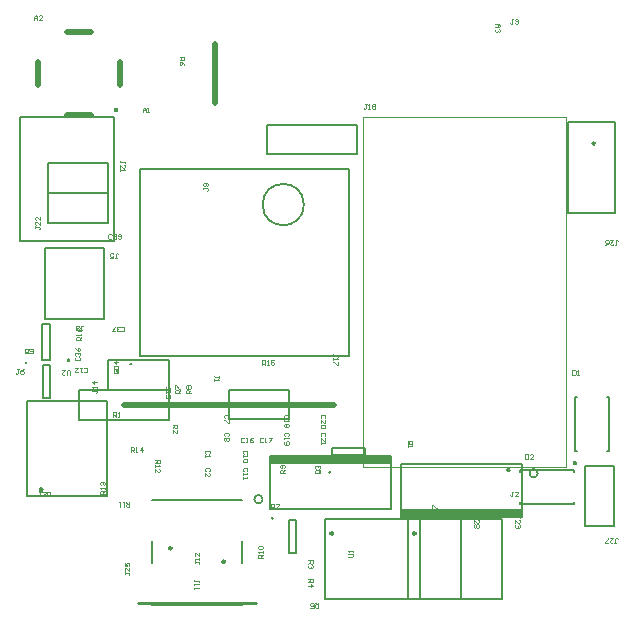
<source format=gto>
%FSLAX44Y44*%
%MOMM*%
G71*
G01*
G75*
G04 Layer_Color=65535*
G04:AMPARAMS|DCode=10|XSize=1mm|YSize=0.95mm|CornerRadius=0.1995mm|HoleSize=0mm|Usage=FLASHONLY|Rotation=90.000|XOffset=0mm|YOffset=0mm|HoleType=Round|Shape=RoundedRectangle|*
%AMROUNDEDRECTD10*
21,1,1.0000,0.5510,0,0,90.0*
21,1,0.6010,0.9500,0,0,90.0*
1,1,0.3990,0.2755,0.3005*
1,1,0.3990,0.2755,-0.3005*
1,1,0.3990,-0.2755,-0.3005*
1,1,0.3990,-0.2755,0.3005*
%
%ADD10ROUNDEDRECTD10*%
G04:AMPARAMS|DCode=11|XSize=1.05mm|YSize=0.65mm|CornerRadius=0.2015mm|HoleSize=0mm|Usage=FLASHONLY|Rotation=0.000|XOffset=0mm|YOffset=0mm|HoleType=Round|Shape=RoundedRectangle|*
%AMROUNDEDRECTD11*
21,1,1.0500,0.2470,0,0,0.0*
21,1,0.6470,0.6500,0,0,0.0*
1,1,0.4030,0.3235,-0.1235*
1,1,0.4030,-0.3235,-0.1235*
1,1,0.4030,-0.3235,0.1235*
1,1,0.4030,0.3235,0.1235*
%
%ADD11ROUNDEDRECTD11*%
G04:AMPARAMS|DCode=12|XSize=1mm|YSize=0.9mm|CornerRadius=0.198mm|HoleSize=0mm|Usage=FLASHONLY|Rotation=270.000|XOffset=0mm|YOffset=0mm|HoleType=Round|Shape=RoundedRectangle|*
%AMROUNDEDRECTD12*
21,1,1.0000,0.5040,0,0,270.0*
21,1,0.6040,0.9000,0,0,270.0*
1,1,0.3960,-0.2520,-0.3020*
1,1,0.3960,-0.2520,0.3020*
1,1,0.3960,0.2520,0.3020*
1,1,0.3960,0.2520,-0.3020*
%
%ADD12ROUNDEDRECTD12*%
G04:AMPARAMS|DCode=13|XSize=1.45mm|YSize=1.15mm|CornerRadius=0.2013mm|HoleSize=0mm|Usage=FLASHONLY|Rotation=270.000|XOffset=0mm|YOffset=0mm|HoleType=Round|Shape=RoundedRectangle|*
%AMROUNDEDRECTD13*
21,1,1.4500,0.7475,0,0,270.0*
21,1,1.0475,1.1500,0,0,270.0*
1,1,0.4025,-0.3738,-0.5238*
1,1,0.4025,-0.3738,0.5238*
1,1,0.4025,0.3738,0.5238*
1,1,0.4025,0.3738,-0.5238*
%
%ADD13ROUNDEDRECTD13*%
G04:AMPARAMS|DCode=14|XSize=2.5mm|YSize=2mm|CornerRadius=0.25mm|HoleSize=0mm|Usage=FLASHONLY|Rotation=270.000|XOffset=0mm|YOffset=0mm|HoleType=Round|Shape=RoundedRectangle|*
%AMROUNDEDRECTD14*
21,1,2.5000,1.5000,0,0,270.0*
21,1,2.0000,2.0000,0,0,270.0*
1,1,0.5000,-0.7500,-1.0000*
1,1,0.5000,-0.7500,1.0000*
1,1,0.5000,0.7500,1.0000*
1,1,0.5000,0.7500,-1.0000*
%
%ADD14ROUNDEDRECTD14*%
G04:AMPARAMS|DCode=15|XSize=1mm|YSize=0.9mm|CornerRadius=0.198mm|HoleSize=0mm|Usage=FLASHONLY|Rotation=0.000|XOffset=0mm|YOffset=0mm|HoleType=Round|Shape=RoundedRectangle|*
%AMROUNDEDRECTD15*
21,1,1.0000,0.5040,0,0,0.0*
21,1,0.6040,0.9000,0,0,0.0*
1,1,0.3960,0.3020,-0.2520*
1,1,0.3960,-0.3020,-0.2520*
1,1,0.3960,-0.3020,0.2520*
1,1,0.3960,0.3020,0.2520*
%
%ADD15ROUNDEDRECTD15*%
%ADD16O,0.5000X2.5000*%
%ADD17O,2.5000X0.5000*%
G04:AMPARAMS|DCode=18|XSize=0.7mm|YSize=1.5mm|CornerRadius=0.175mm|HoleSize=0mm|Usage=FLASHONLY|Rotation=180.000|XOffset=0mm|YOffset=0mm|HoleType=Round|Shape=RoundedRectangle|*
%AMROUNDEDRECTD18*
21,1,0.7000,1.1500,0,0,180.0*
21,1,0.3500,1.5000,0,0,180.0*
1,1,0.3500,-0.1750,0.5750*
1,1,0.3500,0.1750,0.5750*
1,1,0.3500,0.1750,-0.5750*
1,1,0.3500,-0.1750,-0.5750*
%
%ADD18ROUNDEDRECTD18*%
G04:AMPARAMS|DCode=19|XSize=0.8mm|YSize=2mm|CornerRadius=0.2mm|HoleSize=0mm|Usage=FLASHONLY|Rotation=0.000|XOffset=0mm|YOffset=0mm|HoleType=Round|Shape=RoundedRectangle|*
%AMROUNDEDRECTD19*
21,1,0.8000,1.6000,0,0,0.0*
21,1,0.4000,2.0000,0,0,0.0*
1,1,0.4000,0.2000,-0.8000*
1,1,0.4000,-0.2000,-0.8000*
1,1,0.4000,-0.2000,0.8000*
1,1,0.4000,0.2000,0.8000*
%
%ADD19ROUNDEDRECTD19*%
G04:AMPARAMS|DCode=20|XSize=0.7mm|YSize=1mm|CornerRadius=0.175mm|HoleSize=0mm|Usage=FLASHONLY|Rotation=180.000|XOffset=0mm|YOffset=0mm|HoleType=Round|Shape=RoundedRectangle|*
%AMROUNDEDRECTD20*
21,1,0.7000,0.6500,0,0,180.0*
21,1,0.3500,1.0000,0,0,180.0*
1,1,0.3500,-0.1750,0.3250*
1,1,0.3500,0.1750,0.3250*
1,1,0.3500,0.1750,-0.3250*
1,1,0.3500,-0.1750,-0.3250*
%
%ADD20ROUNDEDRECTD20*%
G04:AMPARAMS|DCode=21|XSize=1.2mm|YSize=2mm|CornerRadius=0.3mm|HoleSize=0mm|Usage=FLASHONLY|Rotation=180.000|XOffset=0mm|YOffset=0mm|HoleType=Round|Shape=RoundedRectangle|*
%AMROUNDEDRECTD21*
21,1,1.2000,1.4000,0,0,180.0*
21,1,0.6000,2.0000,0,0,180.0*
1,1,0.6000,-0.3000,0.7000*
1,1,0.6000,0.3000,0.7000*
1,1,0.6000,0.3000,-0.7000*
1,1,0.6000,-0.3000,-0.7000*
%
%ADD21ROUNDEDRECTD21*%
G04:AMPARAMS|DCode=22|XSize=1mm|YSize=0.95mm|CornerRadius=0.1995mm|HoleSize=0mm|Usage=FLASHONLY|Rotation=180.000|XOffset=0mm|YOffset=0mm|HoleType=Round|Shape=RoundedRectangle|*
%AMROUNDEDRECTD22*
21,1,1.0000,0.5510,0,0,180.0*
21,1,0.6010,0.9500,0,0,180.0*
1,1,0.3990,-0.3005,0.2755*
1,1,0.3990,0.3005,0.2755*
1,1,0.3990,0.3005,-0.2755*
1,1,0.3990,-0.3005,-0.2755*
%
%ADD22ROUNDEDRECTD22*%
%ADD23R,0.4000X1.4000*%
G04:AMPARAMS|DCode=24|XSize=1.8mm|YSize=1.9mm|CornerRadius=0.45mm|HoleSize=0mm|Usage=FLASHONLY|Rotation=0.000|XOffset=0mm|YOffset=0mm|HoleType=Round|Shape=RoundedRectangle|*
%AMROUNDEDRECTD24*
21,1,1.8000,1.0000,0,0,0.0*
21,1,0.9000,1.9000,0,0,0.0*
1,1,0.9000,0.4500,-0.5000*
1,1,0.9000,-0.4500,-0.5000*
1,1,0.9000,-0.4500,0.5000*
1,1,0.9000,0.4500,0.5000*
%
%ADD24ROUNDEDRECTD24*%
%ADD25O,0.7000X2.5000*%
%ADD26O,2.5000X0.7000*%
G04:AMPARAMS|DCode=27|XSize=1.1mm|YSize=0.6mm|CornerRadius=0.201mm|HoleSize=0mm|Usage=FLASHONLY|Rotation=180.000|XOffset=0mm|YOffset=0mm|HoleType=Round|Shape=RoundedRectangle|*
%AMROUNDEDRECTD27*
21,1,1.1000,0.1980,0,0,180.0*
21,1,0.6980,0.6000,0,0,180.0*
1,1,0.4020,-0.3490,0.0990*
1,1,0.4020,0.3490,0.0990*
1,1,0.4020,0.3490,-0.0990*
1,1,0.4020,-0.3490,-0.0990*
%
%ADD27ROUNDEDRECTD27*%
G04:AMPARAMS|DCode=28|XSize=2.3mm|YSize=0.5mm|CornerRadius=0.2mm|HoleSize=0mm|Usage=FLASHONLY|Rotation=90.000|XOffset=0mm|YOffset=0mm|HoleType=Round|Shape=RoundedRectangle|*
%AMROUNDEDRECTD28*
21,1,2.3000,0.1000,0,0,90.0*
21,1,1.9000,0.5000,0,0,90.0*
1,1,0.4000,0.0500,0.9500*
1,1,0.4000,0.0500,-0.9500*
1,1,0.4000,-0.0500,-0.9500*
1,1,0.4000,-0.0500,0.9500*
%
%ADD28ROUNDEDRECTD28*%
G04:AMPARAMS|DCode=29|XSize=2.5mm|YSize=2mm|CornerRadius=0.2mm|HoleSize=0mm|Usage=FLASHONLY|Rotation=90.000|XOffset=0mm|YOffset=0mm|HoleType=Round|Shape=RoundedRectangle|*
%AMROUNDEDRECTD29*
21,1,2.5000,1.6000,0,0,90.0*
21,1,2.1000,2.0000,0,0,90.0*
1,1,0.4000,0.8000,1.0500*
1,1,0.4000,0.8000,-1.0500*
1,1,0.4000,-0.8000,-1.0500*
1,1,0.4000,-0.8000,1.0500*
%
%ADD29ROUNDEDRECTD29*%
G04:AMPARAMS|DCode=30|XSize=2.5mm|YSize=1.7mm|CornerRadius=0.204mm|HoleSize=0mm|Usage=FLASHONLY|Rotation=0.000|XOffset=0mm|YOffset=0mm|HoleType=Round|Shape=RoundedRectangle|*
%AMROUNDEDRECTD30*
21,1,2.5000,1.2920,0,0,0.0*
21,1,2.0920,1.7000,0,0,0.0*
1,1,0.4080,1.0460,-0.6460*
1,1,0.4080,-1.0460,-0.6460*
1,1,0.4080,-1.0460,0.6460*
1,1,0.4080,1.0460,0.6460*
%
%ADD30ROUNDEDRECTD30*%
G04:AMPARAMS|DCode=31|XSize=0.5mm|YSize=0.6mm|CornerRadius=0.1625mm|HoleSize=0mm|Usage=FLASHONLY|Rotation=270.000|XOffset=0mm|YOffset=0mm|HoleType=Round|Shape=RoundedRectangle|*
%AMROUNDEDRECTD31*
21,1,0.5000,0.2750,0,0,270.0*
21,1,0.1750,0.6000,0,0,270.0*
1,1,0.3250,-0.1375,-0.0875*
1,1,0.3250,-0.1375,0.0875*
1,1,0.3250,0.1375,0.0875*
1,1,0.3250,0.1375,-0.0875*
%
%ADD31ROUNDEDRECTD31*%
G04:AMPARAMS|DCode=32|XSize=0.67mm|YSize=0.67mm|CornerRadius=0.1508mm|HoleSize=0mm|Usage=FLASHONLY|Rotation=270.000|XOffset=0mm|YOffset=0mm|HoleType=Round|Shape=RoundedRectangle|*
%AMROUNDEDRECTD32*
21,1,0.6700,0.3685,0,0,270.0*
21,1,0.3685,0.6700,0,0,270.0*
1,1,0.3015,-0.1843,-0.1843*
1,1,0.3015,-0.1843,0.1843*
1,1,0.3015,0.1843,0.1843*
1,1,0.3015,0.1843,-0.1843*
%
%ADD32ROUNDEDRECTD32*%
G04:AMPARAMS|DCode=33|XSize=1.05mm|YSize=0.65mm|CornerRadius=0.2015mm|HoleSize=0mm|Usage=FLASHONLY|Rotation=90.000|XOffset=0mm|YOffset=0mm|HoleType=Round|Shape=RoundedRectangle|*
%AMROUNDEDRECTD33*
21,1,1.0500,0.2470,0,0,90.0*
21,1,0.6470,0.6500,0,0,90.0*
1,1,0.4030,0.1235,0.3235*
1,1,0.4030,0.1235,-0.3235*
1,1,0.4030,-0.1235,-0.3235*
1,1,0.4030,-0.1235,0.3235*
%
%ADD33ROUNDEDRECTD33*%
G04:AMPARAMS|DCode=34|XSize=2.5mm|YSize=1.7mm|CornerRadius=0.204mm|HoleSize=0mm|Usage=FLASHONLY|Rotation=90.000|XOffset=0mm|YOffset=0mm|HoleType=Round|Shape=RoundedRectangle|*
%AMROUNDEDRECTD34*
21,1,2.5000,1.2920,0,0,90.0*
21,1,2.0920,1.7000,0,0,90.0*
1,1,0.4080,0.6460,1.0460*
1,1,0.4080,0.6460,-1.0460*
1,1,0.4080,-0.6460,-1.0460*
1,1,0.4080,-0.6460,1.0460*
%
%ADD34ROUNDEDRECTD34*%
%ADD35R,0.4000X1.6000*%
%ADD36C,0.5000*%
%ADD37C,1.2000*%
%ADD38C,0.4000*%
%ADD39C,1.8500*%
%ADD40C,2.2000*%
%ADD41C,1.7000*%
%ADD42C,0.5000*%
G04:AMPARAMS|DCode=43|XSize=1.85mm|YSize=1.85mm|CornerRadius=0.2313mm|HoleSize=0mm|Usage=FLASHONLY|Rotation=270.000|XOffset=0mm|YOffset=0mm|HoleType=Round|Shape=RoundedRectangle|*
%AMROUNDEDRECTD43*
21,1,1.8500,1.3875,0,0,270.0*
21,1,1.3875,1.8500,0,0,270.0*
1,1,0.4625,-0.6937,-0.6937*
1,1,0.4625,-0.6937,0.6937*
1,1,0.4625,0.6937,0.6937*
1,1,0.4625,0.6937,-0.6937*
%
%ADD43ROUNDEDRECTD43*%
%ADD44C,1.8000*%
%ADD45C,2.5000*%
%ADD46C,1.3000*%
G04:AMPARAMS|DCode=47|XSize=1.3mm|YSize=1.3mm|CornerRadius=0.1625mm|HoleSize=0mm|Usage=FLASHONLY|Rotation=180.000|XOffset=0mm|YOffset=0mm|HoleType=Round|Shape=RoundedRectangle|*
%AMROUNDEDRECTD47*
21,1,1.3000,0.9750,0,0,180.0*
21,1,0.9750,1.3000,0,0,180.0*
1,1,0.3250,-0.4875,0.4875*
1,1,0.3250,0.4875,0.4875*
1,1,0.3250,0.4875,-0.4875*
1,1,0.3250,-0.4875,-0.4875*
%
%ADD47ROUNDEDRECTD47*%
%ADD48C,2.0000*%
G04:AMPARAMS|DCode=49|XSize=2mm|YSize=2mm|CornerRadius=0.25mm|HoleSize=0mm|Usage=FLASHONLY|Rotation=0.000|XOffset=0mm|YOffset=0mm|HoleType=Round|Shape=RoundedRectangle|*
%AMROUNDEDRECTD49*
21,1,2.0000,1.5000,0,0,0.0*
21,1,1.5000,2.0000,0,0,0.0*
1,1,0.5000,0.7500,-0.7500*
1,1,0.5000,-0.7500,-0.7500*
1,1,0.5000,-0.7500,0.7500*
1,1,0.5000,0.7500,0.7500*
%
%ADD49ROUNDEDRECTD49*%
G04:AMPARAMS|DCode=50|XSize=2.2mm|YSize=2.2mm|CornerRadius=0.275mm|HoleSize=0mm|Usage=FLASHONLY|Rotation=90.000|XOffset=0mm|YOffset=0mm|HoleType=Round|Shape=RoundedRectangle|*
%AMROUNDEDRECTD50*
21,1,2.2000,1.6500,0,0,90.0*
21,1,1.6500,2.2000,0,0,90.0*
1,1,0.5500,0.8250,0.8250*
1,1,0.5500,0.8250,-0.8250*
1,1,0.5500,-0.8250,-0.8250*
1,1,0.5500,-0.8250,0.8250*
%
%ADD50ROUNDEDRECTD50*%
G04:AMPARAMS|DCode=51|XSize=1.4mm|YSize=1.4mm|CornerRadius=0.175mm|HoleSize=0mm|Usage=FLASHONLY|Rotation=0.000|XOffset=0mm|YOffset=0mm|HoleType=Round|Shape=RoundedRectangle|*
%AMROUNDEDRECTD51*
21,1,1.4000,1.0500,0,0,0.0*
21,1,1.0500,1.4000,0,0,0.0*
1,1,0.3500,0.5250,-0.5250*
1,1,0.3500,-0.5250,-0.5250*
1,1,0.3500,-0.5250,0.5250*
1,1,0.3500,0.5250,0.5250*
%
%ADD51ROUNDEDRECTD51*%
G04:AMPARAMS|DCode=52|XSize=1mm|YSize=1mm|CornerRadius=0.25mm|HoleSize=0mm|Usage=FLASHONLY|Rotation=90.000|XOffset=0mm|YOffset=0mm|HoleType=Round|Shape=RoundedRectangle|*
%AMROUNDEDRECTD52*
21,1,1.0000,0.5000,0,0,90.0*
21,1,0.5000,1.0000,0,0,90.0*
1,1,0.5000,0.2500,0.2500*
1,1,0.5000,0.2500,-0.2500*
1,1,0.5000,-0.2500,-0.2500*
1,1,0.5000,-0.2500,0.2500*
%
%ADD52ROUNDEDRECTD52*%
%ADD53C,0.1000*%
%ADD54C,7.0000*%
G04:AMPARAMS|DCode=55|XSize=0.9mm|YSize=2.8mm|CornerRadius=0.225mm|HoleSize=0mm|Usage=FLASHONLY|Rotation=90.000|XOffset=0mm|YOffset=0mm|HoleType=Round|Shape=RoundedRectangle|*
%AMROUNDEDRECTD55*
21,1,0.9000,2.3500,0,0,90.0*
21,1,0.4500,2.8000,0,0,90.0*
1,1,0.4500,1.1750,0.2250*
1,1,0.4500,1.1750,-0.2250*
1,1,0.4500,-1.1750,-0.2250*
1,1,0.4500,-1.1750,0.2250*
%
%ADD55ROUNDEDRECTD55*%
%ADD56C,2.7000*%
%ADD57C,1.2000*%
%ADD58C,0.8000*%
G04:AMPARAMS|DCode=59|XSize=2mm|YSize=2mm|CornerRadius=0.2mm|HoleSize=0mm|Usage=FLASHONLY|Rotation=90.000|XOffset=0mm|YOffset=0mm|HoleType=Round|Shape=RoundedRectangle|*
%AMROUNDEDRECTD59*
21,1,2.0000,1.6000,0,0,90.0*
21,1,1.6000,2.0000,0,0,90.0*
1,1,0.4000,0.8000,0.8000*
1,1,0.4000,0.8000,-0.8000*
1,1,0.4000,-0.8000,-0.8000*
1,1,0.4000,-0.8000,0.8000*
%
%ADD59ROUNDEDRECTD59*%
G04:AMPARAMS|DCode=60|XSize=1.7mm|YSize=1.9mm|CornerRadius=0.2125mm|HoleSize=0mm|Usage=FLASHONLY|Rotation=180.000|XOffset=0mm|YOffset=0mm|HoleType=Round|Shape=RoundedRectangle|*
%AMROUNDEDRECTD60*
21,1,1.7000,1.4750,0,0,180.0*
21,1,1.2750,1.9000,0,0,180.0*
1,1,0.4250,-0.6375,0.7375*
1,1,0.4250,0.6375,0.7375*
1,1,0.4250,0.6375,-0.7375*
1,1,0.4250,-0.6375,-0.7375*
%
%ADD60ROUNDEDRECTD60*%
G04:AMPARAMS|DCode=61|XSize=1.8mm|YSize=1.9mm|CornerRadius=0.225mm|HoleSize=0mm|Usage=FLASHONLY|Rotation=180.000|XOffset=0mm|YOffset=0mm|HoleType=Round|Shape=RoundedRectangle|*
%AMROUNDEDRECTD61*
21,1,1.8000,1.4500,0,0,180.0*
21,1,1.3500,1.9000,0,0,180.0*
1,1,0.4500,-0.6750,0.7250*
1,1,0.4500,0.6750,0.7250*
1,1,0.4500,0.6750,-0.7250*
1,1,0.4500,-0.6750,-0.7250*
%
%ADD61ROUNDEDRECTD61*%
G04:AMPARAMS|DCode=62|XSize=1.6mm|YSize=1.3mm|CornerRadius=0.2015mm|HoleSize=0mm|Usage=FLASHONLY|Rotation=180.000|XOffset=0mm|YOffset=0mm|HoleType=Round|Shape=RoundedRectangle|*
%AMROUNDEDRECTD62*
21,1,1.6000,0.8970,0,0,180.0*
21,1,1.1970,1.3000,0,0,180.0*
1,1,0.4030,-0.5985,0.4485*
1,1,0.4030,0.5985,0.4485*
1,1,0.4030,0.5985,-0.4485*
1,1,0.4030,-0.5985,-0.4485*
%
%ADD62ROUNDEDRECTD62*%
G04:AMPARAMS|DCode=63|XSize=2.7mm|YSize=1.2mm|CornerRadius=0.21mm|HoleSize=0mm|Usage=FLASHONLY|Rotation=0.000|XOffset=0mm|YOffset=0mm|HoleType=Round|Shape=RoundedRectangle|*
%AMROUNDEDRECTD63*
21,1,2.7000,0.7800,0,0,0.0*
21,1,2.2800,1.2000,0,0,0.0*
1,1,0.4200,1.1400,-0.3900*
1,1,0.4200,-1.1400,-0.3900*
1,1,0.4200,-1.1400,0.3900*
1,1,0.4200,1.1400,0.3900*
%
%ADD63ROUNDEDRECTD63*%
G04:AMPARAMS|DCode=64|XSize=1.2mm|YSize=1.2mm|CornerRadius=0.198mm|HoleSize=0mm|Usage=FLASHONLY|Rotation=0.000|XOffset=0mm|YOffset=0mm|HoleType=Round|Shape=RoundedRectangle|*
%AMROUNDEDRECTD64*
21,1,1.2000,0.8040,0,0,0.0*
21,1,0.8040,1.2000,0,0,0.0*
1,1,0.3960,0.4020,-0.4020*
1,1,0.3960,-0.4020,-0.4020*
1,1,0.3960,-0.4020,0.4020*
1,1,0.3960,0.4020,0.4020*
%
%ADD64ROUNDEDRECTD64*%
G04:AMPARAMS|DCode=65|XSize=0.7mm|YSize=2.5mm|CornerRadius=0.175mm|HoleSize=0mm|Usage=FLASHONLY|Rotation=0.000|XOffset=0mm|YOffset=0mm|HoleType=Round|Shape=RoundedRectangle|*
%AMROUNDEDRECTD65*
21,1,0.7000,2.1500,0,0,0.0*
21,1,0.3500,2.5000,0,0,0.0*
1,1,0.3500,0.1750,-1.0750*
1,1,0.3500,-0.1750,-1.0750*
1,1,0.3500,-0.1750,1.0750*
1,1,0.3500,0.1750,1.0750*
%
%ADD65ROUNDEDRECTD65*%
%ADD66C,0.3000*%
%ADD67C,5.0000*%
%ADD68C,0.2000*%
%ADD69C,0.2500*%
%ADD70C,0.1500*%
%ADD71C,0.1000*%
%ADD72C,0.2540*%
G36*
X-31158Y49674D02*
X-30496Y49232D01*
X-30054Y48570D01*
X-29899Y47790D01*
X-30054Y47010D01*
X-30496Y46348D01*
X-31158Y45906D01*
X-31938Y45751D01*
X-32719Y45906D01*
X-33380Y46348D01*
X-33822Y47010D01*
X-33978Y47790D01*
X-33822Y48570D01*
X-33380Y49232D01*
X-32719Y49674D01*
X-31938Y49829D01*
X-31158Y49674D01*
D02*
G37*
G36*
X364416Y66156D02*
X365018Y65754D01*
X365421Y65152D01*
X365562Y64442D01*
X365421Y63732D01*
X365018Y63130D01*
X364416Y62728D01*
X363706Y62586D01*
X362996Y62728D01*
X362394Y63130D01*
X361992Y63732D01*
X361851Y64442D01*
X361992Y65152D01*
X362394Y65754D01*
X362996Y66156D01*
X363706Y66298D01*
X364416Y66156D01*
D02*
G37*
G36*
X375000Y24500D02*
X273000D01*
Y31500D01*
X375000D01*
Y24500D01*
D02*
G37*
G36*
X214771Y12622D02*
X215432Y12180D01*
X215874Y11519D01*
X216029Y10738D01*
X215874Y9958D01*
X215432Y9297D01*
X214771Y8854D01*
X213990Y8699D01*
X213210Y8854D01*
X212548Y9297D01*
X212106Y9958D01*
X211951Y10738D01*
X212106Y11519D01*
X212548Y12180D01*
X213210Y12622D01*
X213990Y12778D01*
X214771Y12622D01*
D02*
G37*
G36*
X284771D02*
X285432Y12180D01*
X285874Y11519D01*
X286029Y10738D01*
X285874Y9958D01*
X285432Y9297D01*
X284771Y8854D01*
X283990Y8699D01*
X283210Y8854D01*
X282548Y9297D01*
X282106Y9958D01*
X281951Y10738D01*
X282106Y11519D01*
X282548Y12180D01*
X283210Y12622D01*
X283990Y12778D01*
X284771Y12622D01*
D02*
G37*
G36*
X-7652Y158348D02*
X-7176Y157200D01*
X-7652Y156052D01*
X-8800Y155576D01*
X-9948Y156052D01*
X-10424Y157200D01*
X-9948Y158348D01*
X-8800Y158824D01*
X-7652Y158348D01*
D02*
G37*
G36*
X32280Y370884D02*
X32942Y370442D01*
X33384Y369780D01*
X33539Y369000D01*
X33384Y368220D01*
X32942Y367558D01*
X32280Y367116D01*
X31500Y366961D01*
X30720Y367116D01*
X30058Y367558D01*
X29616Y368220D01*
X29461Y369000D01*
X29616Y369780D01*
X30058Y370442D01*
X30720Y370884D01*
X31500Y371039D01*
X32280Y370884D01*
D02*
G37*
G36*
X44639Y155034D02*
X44993Y154178D01*
X44639Y153322D01*
X43783Y152968D01*
X42927Y153322D01*
X42573Y154178D01*
X42927Y155034D01*
X43783Y155388D01*
X44639Y155034D01*
D02*
G37*
G36*
X420518Y71921D02*
X421120Y71518D01*
X421522Y70916D01*
X421664Y70206D01*
X421522Y69496D01*
X421120Y68894D01*
X420518Y68492D01*
X419808Y68351D01*
X419098Y68492D01*
X418496Y68894D01*
X418094Y69496D01*
X417952Y70206D01*
X418094Y70916D01*
X418496Y71518D01*
X419098Y71921D01*
X419808Y72062D01*
X420518Y71921D01*
D02*
G37*
G36*
X264000Y69500D02*
X162000D01*
Y76500D01*
X264000D01*
Y69500D01*
D02*
G37*
D36*
X-35000Y390000D02*
Y410000D01*
X-10000Y365000D02*
X10000D01*
X-10000Y435000D02*
X10000D01*
X35000Y390000D02*
Y410000D01*
X115000Y374600D02*
Y400000D01*
Y374600D02*
Y425000D01*
X88800Y119500D02*
X114200D01*
X114100Y119600D02*
X139500D01*
X164900D01*
X190300D01*
X215700D01*
X63400Y119500D02*
X88800D01*
X38000D02*
X63400D01*
D68*
X-43993Y154800D02*
G03*
X-43993Y154800I-707J0D01*
G01*
X164407Y23500D02*
G03*
X164407Y23500I-707J0D01*
G01*
X155535Y39500D02*
G03*
X155535Y39500I-3535J0D01*
G01*
X388535Y61500D02*
G03*
X388535Y61500I-3535J0D01*
G01*
X213207Y62500D02*
G03*
X213207Y62500I-707J0D01*
G01*
X190500Y289000D02*
G03*
X190500Y289000I-17500J0D01*
G01*
X208500Y-45000D02*
Y23000D01*
Y-45000D02*
X323500D01*
Y23000D01*
X208500D02*
X323500D01*
X-26300Y273500D02*
X24700D01*
X-26300D02*
Y298500D01*
X24700D01*
Y273500D02*
Y298500D01*
X30000Y258500D02*
Y363500D01*
X-50000Y258500D02*
X30000D01*
X-50000D02*
Y363500D01*
X30000D01*
X-26300Y323900D02*
X24700D01*
Y298900D02*
Y323900D01*
X-26300Y298900D02*
X24700D01*
X-26300D02*
Y323900D01*
X21000Y192000D02*
Y252000D01*
X-29000Y192000D02*
X21000D01*
X-29000D02*
Y252000D01*
X21000D01*
X-44200Y42300D02*
Y122300D01*
X23800D01*
Y42300D02*
Y122300D01*
X-44200Y42300D02*
X23800D01*
X162000Y31500D02*
Y76500D01*
X264000D01*
Y31500D02*
Y76500D01*
X162000Y31500D02*
X264000D01*
X51500Y161000D02*
X228500D01*
Y319000D01*
X51500D02*
X228500D01*
X51500Y161000D02*
Y319000D01*
X-31297Y157701D02*
Y187699D01*
Y157701D02*
X-24303D01*
Y187699D01*
X-31297D02*
X-24303D01*
X61500Y-14750D02*
Y4250D01*
X138500Y-14750D02*
Y4250D01*
X61500Y-49750D02*
X138500D01*
X61500Y38750D02*
X138500D01*
X419497Y35254D02*
Y37252D01*
X373500Y35250D02*
X419497Y35254D01*
X373500Y35250D02*
Y37250D01*
X373503Y62248D02*
Y64246D01*
X419500Y64250D01*
Y62250D02*
Y64250D01*
X375000Y24500D02*
Y69500D01*
X273000Y24500D02*
X375000D01*
X273000D02*
Y69500D01*
X375000D01*
X159500Y331500D02*
X235500D01*
X159500D02*
Y356500D01*
X235500D01*
Y331500D02*
Y356500D01*
X126700Y132100D02*
X177700D01*
Y107100D02*
Y132100D01*
X126700Y107100D02*
X177700D01*
X126700D02*
Y132100D01*
X0Y132000D02*
X76000D01*
Y107000D02*
Y132000D01*
X0Y107000D02*
X76000D01*
X0D02*
Y132000D01*
X76000Y132400D02*
Y157400D01*
X25000D02*
X76000D01*
X25000Y132400D02*
Y157400D01*
Y132400D02*
X76000D01*
X208500Y-45000D02*
Y23000D01*
Y-45000D02*
X288500D01*
Y23000D01*
X208500D02*
X288500D01*
X446998Y125997D02*
X448996D01*
X449000Y80000D01*
X447000D02*
X449000D01*
X420004Y80003D02*
X422002D01*
X420000Y126000D02*
X420004Y80003D01*
X420000Y126000D02*
X422000D01*
X278500Y-45000D02*
Y23000D01*
Y-45000D02*
X358500D01*
Y23000D01*
X278500D02*
X358500D01*
X414000Y359250D02*
X454000D01*
X414000Y282250D02*
Y359250D01*
Y282250D02*
X454000D01*
Y359250D01*
X428250Y67500D02*
X453250D01*
X428250Y16500D02*
Y67500D01*
Y16500D02*
X453250D01*
Y67500D01*
D69*
X78531Y-2000D02*
G03*
X78531Y-2000I-1031J0D01*
G01*
X123531Y-13250D02*
G03*
X123531Y-13250I-1031J0D01*
G01*
X437030Y341000D02*
G03*
X437030Y341000I-1031J0D01*
G01*
D70*
X-30200Y153300D02*
X-24200D01*
Y125300D02*
Y153300D01*
X-30200Y125300D02*
X-24200D01*
X-30200D02*
Y153300D01*
X178200Y22000D02*
X184200D01*
Y-6000D02*
Y22000D01*
X178200Y-6000D02*
X184200D01*
X178200D02*
Y22000D01*
X214000Y77000D02*
X242000D01*
Y83000D01*
X214000D02*
X242000D01*
X214000Y77000D02*
Y83000D01*
D71*
X240500Y363500D02*
X412500D01*
X240500Y66500D02*
Y363500D01*
Y66500D02*
X412500D01*
Y363500D01*
X32749Y149993D02*
X33416Y150660D01*
Y151993D01*
X32749Y152659D01*
X30083D01*
X29417Y151993D01*
Y150660D01*
X30083Y149993D01*
X33416Y145995D02*
Y148660D01*
X31416D01*
X32083Y147327D01*
Y146661D01*
X31416Y145995D01*
X30083D01*
X29417Y146661D01*
Y147994D01*
X30083Y148660D01*
X-43203Y163715D02*
Y166381D01*
X-43870Y167048D01*
X-45203D01*
X-45869Y166381D01*
Y163715D01*
X-45203Y163049D01*
X-43870D01*
X-44536Y164382D02*
X-43203Y163049D01*
X-43870D02*
X-43203Y163715D01*
X-41870D02*
X-41204Y163049D01*
X-39871D01*
X-39204Y163715D01*
Y166381D01*
X-39871Y167048D01*
X-41204D01*
X-41870Y166381D01*
Y165715D01*
X-41204Y165048D01*
X-39204D01*
X338452Y23545D02*
Y24878D01*
Y24212D01*
X335119D01*
X334453Y24878D01*
Y25545D01*
X335119Y26211D01*
X334453Y19547D02*
Y22212D01*
X337119Y19547D01*
X337785D01*
X338452Y20213D01*
Y21546D01*
X337785Y22212D01*
Y18214D02*
X338452Y17547D01*
Y16214D01*
X337785Y15548D01*
X337119D01*
X336452Y16214D01*
X335786Y15548D01*
X335119D01*
X334453Y16214D01*
Y17547D01*
X335119Y18214D01*
X335786D01*
X336452Y17547D01*
X337119Y18214D01*
X337785D01*
X336452Y17547D02*
Y16214D01*
X1891Y174269D02*
X-2108D01*
Y176268D01*
X-1441Y176935D01*
X-108D01*
X558Y176268D01*
Y174269D01*
Y175602D02*
X1891Y176935D01*
Y178268D02*
Y179601D01*
Y178934D01*
X-2108D01*
X-1441Y178268D01*
X-2108Y184266D02*
X-1441Y182933D01*
X-108Y181600D01*
X1225D01*
X1891Y182266D01*
Y183599D01*
X1225Y184266D01*
X558D01*
X-108Y183599D01*
Y181600D01*
X-36999Y270666D02*
Y269333D01*
Y269999D01*
X-33667D01*
X-33000Y269333D01*
Y268666D01*
X-33667Y268000D01*
X-33000Y274664D02*
Y271999D01*
X-35666Y274664D01*
X-36332D01*
X-36999Y273998D01*
Y272665D01*
X-36332Y271999D01*
X-33000Y278663D02*
Y275997D01*
X-35666Y278663D01*
X-36332D01*
X-36999Y277997D01*
Y276664D01*
X-36332Y275997D01*
X38632Y324101D02*
Y325434D01*
Y324768D01*
X35299D01*
X34633Y325434D01*
Y326101D01*
X35299Y326767D01*
X34633Y320103D02*
Y322768D01*
X37299Y320103D01*
X37965D01*
X38632Y320769D01*
Y322102D01*
X37965Y322768D01*
X34633Y318770D02*
Y317437D01*
Y318103D01*
X38632D01*
X37965Y318770D01*
X155237Y153053D02*
Y157052D01*
X157236D01*
X157903Y156385D01*
Y155052D01*
X157236Y154386D01*
X155237D01*
X156570D02*
X157903Y153053D01*
X159236D02*
X160569D01*
X159902D01*
Y157052D01*
X159236Y156385D01*
X165234Y157052D02*
X162568D01*
Y155052D01*
X163901Y155719D01*
X164567D01*
X165234Y155052D01*
Y153720D01*
X164567Y153053D01*
X163234D01*
X162568Y153720D01*
X155739Y-9981D02*
X151740D01*
Y-7982D01*
X152406Y-7315D01*
X153739D01*
X154406Y-7982D01*
Y-9981D01*
Y-8648D02*
X155739Y-7315D01*
Y-5982D02*
Y-4649D01*
Y-5316D01*
X151740D01*
X152406Y-5982D01*
Y-2650D02*
X151740Y-1984D01*
Y-651D01*
X152406Y16D01*
X155072D01*
X155739Y-651D01*
Y-1984D01*
X155072Y-2650D01*
X152406D01*
X174291Y61769D02*
X170292D01*
Y63768D01*
X170959Y64435D01*
X172292D01*
X172958Y63768D01*
Y61769D01*
Y63102D02*
X174291Y64435D01*
X173624Y65768D02*
X174291Y66434D01*
Y67767D01*
X173624Y68433D01*
X170959D01*
X170292Y67767D01*
Y66434D01*
X170959Y65768D01*
X171625D01*
X172292Y66434D01*
Y68433D01*
X202731Y-48209D02*
Y-52208D01*
X200732D01*
X200065Y-51541D01*
Y-50208D01*
X200732Y-49542D01*
X202731D01*
X201398D02*
X200065Y-48209D01*
X196066Y-52208D02*
X198732D01*
Y-50208D01*
X197399Y-50875D01*
X196733D01*
X196066Y-50208D01*
Y-48875D01*
X196733Y-48209D01*
X198066D01*
X198732Y-48875D01*
X194209Y-28269D02*
X198208D01*
Y-30268D01*
X197541Y-30935D01*
X196208D01*
X195542Y-30268D01*
Y-28269D01*
Y-29602D02*
X194209Y-30935D01*
Y-34267D02*
X198208D01*
X196208Y-32268D01*
Y-34934D01*
X194209Y-12269D02*
X198208D01*
Y-14268D01*
X197541Y-14935D01*
X196208D01*
X195542Y-14268D01*
Y-12269D01*
Y-13602D02*
X194209Y-14935D01*
X197541Y-16268D02*
X198208Y-16934D01*
Y-18267D01*
X197541Y-18934D01*
X196875D01*
X196208Y-18267D01*
Y-17601D01*
Y-18267D01*
X195542Y-18934D01*
X194876D01*
X194209Y-18267D01*
Y-16934D01*
X194876Y-16268D01*
X165197Y32415D02*
Y35081D01*
X164530Y35748D01*
X163197D01*
X162531Y35081D01*
Y32415D01*
X163197Y31749D01*
X164530D01*
X163864Y33082D02*
X165197Y31749D01*
X164530D02*
X165197Y32415D01*
X169195Y31749D02*
X166530D01*
X169195Y34415D01*
Y35081D01*
X168529Y35748D01*
X167196D01*
X166530Y35081D01*
X352699Y441623D02*
X355365D01*
X356698Y440290D01*
X355365Y438957D01*
X352699D01*
X354698D01*
Y441623D01*
X356031Y437624D02*
X356698Y436958D01*
Y435625D01*
X356031Y434958D01*
X355365D01*
X354698Y435625D01*
Y436291D01*
Y435625D01*
X354032Y434958D01*
X353365D01*
X352699Y435625D01*
Y436958D01*
X353365Y437624D01*
X243751Y374074D02*
X242418D01*
X243084D01*
Y370741D01*
X242418Y370075D01*
X241751D01*
X241085Y370741D01*
X245084Y370075D02*
X246417D01*
X245750D01*
Y374074D01*
X245084Y373407D01*
X248416D02*
X249082Y374074D01*
X250415D01*
X251082Y373407D01*
Y372741D01*
X250415Y372074D01*
X251082Y371408D01*
Y370741D01*
X250415Y370075D01*
X249082D01*
X248416Y370741D01*
Y371408D01*
X249082Y372074D01*
X248416Y372741D01*
Y373407D01*
X249082Y372074D02*
X250415D01*
X219572Y160241D02*
Y161574D01*
Y160908D01*
X216239D01*
X215573Y161574D01*
Y162241D01*
X216239Y162907D01*
X215573Y158908D02*
Y157575D01*
Y158242D01*
X219572D01*
X218905Y158908D01*
X219572Y155576D02*
Y152910D01*
X218905D01*
X216239Y155576D01*
X215573D01*
X208049Y93065D02*
X208716Y93732D01*
Y95065D01*
X208049Y95731D01*
X205383D01*
X204717Y95065D01*
Y93732D01*
X205383Y93065D01*
X204717Y89066D02*
Y91732D01*
X207383Y89066D01*
X208049D01*
X208716Y89733D01*
Y91066D01*
X208049Y91732D01*
X204717Y87734D02*
Y86401D01*
Y87067D01*
X208716D01*
X208049Y87734D01*
Y108065D02*
X208716Y108732D01*
Y110064D01*
X208049Y110731D01*
X205383D01*
X204717Y110064D01*
Y108732D01*
X205383Y108065D01*
X204717Y104066D02*
Y106732D01*
X207383Y104066D01*
X208049D01*
X208716Y104733D01*
Y106066D01*
X208049Y106732D01*
Y102734D02*
X208716Y102067D01*
Y100734D01*
X208049Y100068D01*
X205383D01*
X204717Y100734D01*
Y102067D01*
X205383Y102734D01*
X208049D01*
X177049Y93065D02*
X177716Y93732D01*
Y95065D01*
X177049Y95731D01*
X174383D01*
X173717Y95065D01*
Y93732D01*
X174383Y93065D01*
X173717Y91732D02*
Y90399D01*
Y91066D01*
X177716D01*
X177049Y91732D01*
X174383Y88400D02*
X173717Y87734D01*
Y86401D01*
X174383Y85734D01*
X177049D01*
X177716Y86401D01*
Y87734D01*
X177049Y88400D01*
X176383D01*
X175716Y87734D01*
Y85734D01*
X177049Y108065D02*
X177716Y108732D01*
Y110064D01*
X177049Y110731D01*
X174383D01*
X173717Y110064D01*
Y108732D01*
X174383Y108065D01*
X173717Y106732D02*
Y105399D01*
Y106066D01*
X177716D01*
X177049Y106732D01*
Y103400D02*
X177716Y102734D01*
Y101401D01*
X177049Y100734D01*
X176383D01*
X175716Y101401D01*
X175050Y100734D01*
X174383D01*
X173717Y101401D01*
Y102734D01*
X174383Y103400D01*
X175050D01*
X175716Y102734D01*
X176383Y103400D01*
X177049D01*
X175716Y102734D02*
Y101401D01*
X155935Y91049D02*
X155268Y91716D01*
X153935D01*
X153269Y91049D01*
Y88383D01*
X153935Y87717D01*
X155268D01*
X155935Y88383D01*
X157268Y87717D02*
X158601D01*
X157934D01*
Y91716D01*
X157268Y91049D01*
X160600Y91716D02*
X163266D01*
Y91049D01*
X160600Y88383D01*
Y87717D01*
X139935Y91049D02*
X139268Y91716D01*
X137935D01*
X137269Y91049D01*
Y88383D01*
X137935Y87717D01*
X139268D01*
X139935Y88383D01*
X141268Y87717D02*
X142601D01*
X141934D01*
Y91716D01*
X141268Y91049D01*
X147266Y91716D02*
X145933Y91049D01*
X144600Y89716D01*
Y88383D01*
X145266Y87717D01*
X146599D01*
X147266Y88383D01*
Y89050D01*
X146599Y89716D01*
X144600D01*
X101749Y-30666D02*
Y-29333D01*
Y-30000D01*
X98416D01*
X97750Y-29333D01*
Y-28667D01*
X98416Y-28000D01*
X97750Y-31999D02*
Y-33332D01*
Y-32665D01*
X101749D01*
X101082Y-31999D01*
X97750Y-35331D02*
Y-36664D01*
Y-35998D01*
X101749D01*
X101082Y-35331D01*
X98053Y-13044D02*
Y-14377D01*
Y-13711D01*
X101385D01*
X102052Y-14377D01*
Y-15044D01*
X101385Y-15710D01*
X102052Y-11711D02*
Y-10378D01*
Y-11045D01*
X98053D01*
X98720Y-11711D01*
X102052Y-5713D02*
Y-8379D01*
X99386Y-5713D01*
X98720D01*
X98053Y-6380D01*
Y-7713D01*
X98720Y-8379D01*
X3965Y147651D02*
X4632Y146984D01*
X5965D01*
X6631Y147651D01*
Y150317D01*
X5965Y150983D01*
X4632D01*
X3965Y150317D01*
X2632Y150983D02*
X1299D01*
X1966D01*
Y146984D01*
X2632Y147651D01*
X-3366Y150983D02*
X-700D01*
X-3366Y148317D01*
Y147651D01*
X-2699Y146984D01*
X-1366D01*
X-700Y147651D01*
X110049Y78065D02*
X110716Y78732D01*
Y80065D01*
X110049Y80731D01*
X107383D01*
X106717Y80065D01*
Y78732D01*
X107383Y78065D01*
X106717Y76732D02*
Y75399D01*
Y76066D01*
X110716D01*
X110049Y76732D01*
Y63065D02*
X110716Y63732D01*
Y65065D01*
X110049Y65731D01*
X107383D01*
X106717Y65065D01*
Y63732D01*
X107383Y63065D01*
X106717Y59067D02*
Y61732D01*
X109383Y59067D01*
X110049D01*
X110716Y59733D01*
Y61066D01*
X110049Y61732D01*
X126049Y108065D02*
X126716Y108732D01*
Y110064D01*
X126049Y110731D01*
X123383D01*
X122717Y110064D01*
Y108732D01*
X123383Y108065D01*
X126716Y106732D02*
Y104066D01*
X126049D01*
X123383Y106732D01*
X122717D01*
X126049Y93065D02*
X126716Y93732D01*
Y95065D01*
X126049Y95731D01*
X123383D01*
X122717Y95065D01*
Y93732D01*
X123383Y93065D01*
X126049Y91732D02*
X126716Y91066D01*
Y89733D01*
X126049Y89066D01*
X125383D01*
X124716Y89733D01*
X124050Y89066D01*
X123383D01*
X122717Y89733D01*
Y91066D01*
X123383Y91732D01*
X124050D01*
X124716Y91066D01*
X125383Y91732D01*
X126049D01*
X124716Y91066D02*
Y89733D01*
X142049Y78065D02*
X142716Y78732D01*
Y80065D01*
X142049Y80731D01*
X139383D01*
X138717Y80065D01*
Y78732D01*
X139383Y78065D01*
X138717Y76732D02*
Y75399D01*
Y76066D01*
X142716D01*
X142049Y76732D01*
Y73400D02*
X142716Y72734D01*
Y71401D01*
X142049Y70734D01*
X139383D01*
X138717Y71401D01*
Y72734D01*
X139383Y73400D01*
X142049D01*
Y63065D02*
X142716Y63732D01*
Y65065D01*
X142049Y65731D01*
X139383D01*
X138717Y65065D01*
Y63732D01*
X139383Y63065D01*
X138717Y61732D02*
Y60399D01*
Y61066D01*
X142716D01*
X142049Y61732D01*
X138717Y58400D02*
Y57067D01*
Y57734D01*
X142716D01*
X142049Y58400D01*
X1201Y182568D02*
X2534D01*
X1868D01*
Y185900D01*
X2534Y186567D01*
X3201D01*
X3867Y185900D01*
X-132Y183235D02*
X-798Y182568D01*
X-2131D01*
X-2797Y183235D01*
Y183901D01*
X-2131Y184568D01*
X-2797Y185234D01*
Y185900D01*
X-2131Y186567D01*
X-798D01*
X-132Y185900D01*
Y185234D01*
X-798Y184568D01*
X-132Y183901D01*
Y183235D01*
X-798Y184568D02*
X-2131D01*
X29448Y149957D02*
X32781D01*
X33447Y150623D01*
Y151956D01*
X32781Y152623D01*
X29448D01*
X33447Y155955D02*
X29448D01*
X31448Y153956D01*
Y156622D01*
X-7607Y144952D02*
Y148285D01*
X-8273Y148951D01*
X-9606D01*
X-10273Y148285D01*
Y144952D01*
X-14272Y148951D02*
X-11606D01*
X-14272Y146285D01*
Y145619D01*
X-13605Y144952D01*
X-12272D01*
X-11606Y145619D01*
X30641Y243628D02*
X31974D01*
X31308D01*
Y246961D01*
X31974Y247627D01*
X32641D01*
X33307Y246961D01*
X26642Y243628D02*
X29308D01*
Y245628D01*
X27975Y244961D01*
X27309D01*
X26642Y245628D01*
Y246961D01*
X27309Y247627D01*
X28642D01*
X29308Y246961D01*
X-50841Y149672D02*
X-52174D01*
X-51508D01*
Y146339D01*
X-52174Y145673D01*
X-52841D01*
X-53507Y146339D01*
X-46842Y149672D02*
X-48175Y149005D01*
X-49508Y147672D01*
Y146339D01*
X-48842Y145673D01*
X-47509D01*
X-46842Y146339D01*
Y147006D01*
X-47509Y147672D01*
X-49508D01*
X377831Y77498D02*
Y73499D01*
X379830D01*
X380497Y74165D01*
Y76831D01*
X379830Y77498D01*
X377831D01*
X384496Y73499D02*
X381830D01*
X384496Y76165D01*
Y76831D01*
X383829Y77498D01*
X382496D01*
X381830Y76831D01*
X315872Y29641D02*
Y30974D01*
Y30308D01*
X312540D01*
X311873Y30974D01*
Y31641D01*
X312540Y32307D01*
X311873Y26309D02*
X315872D01*
X313872Y28308D01*
Y25642D01*
X227672Y-9261D02*
X231005D01*
X231671Y-8594D01*
Y-7262D01*
X231005Y-6595D01*
X227672D01*
X231671Y-5262D02*
Y-3929D01*
Y-4596D01*
X227672D01*
X228339Y-5262D01*
X54061Y367145D02*
Y369811D01*
X55394Y371144D01*
X56727Y369811D01*
Y367145D01*
Y369144D01*
X54061D01*
X58060Y367145D02*
X59393D01*
X58726D01*
Y371144D01*
X58060Y370477D01*
X-37973Y445085D02*
Y447751D01*
X-36640Y449084D01*
X-35307Y447751D01*
Y445085D01*
Y447084D01*
X-37973D01*
X-31309Y445085D02*
X-33974D01*
X-31309Y447751D01*
Y448417D01*
X-31975Y449084D01*
X-33308D01*
X-33974Y448417D01*
X-2449Y159735D02*
X-3116Y159068D01*
Y157735D01*
X-2449Y157069D01*
X217D01*
X883Y157735D01*
Y159068D01*
X217Y159735D01*
X-2449Y161068D02*
X-3116Y161734D01*
Y163067D01*
X-2449Y163734D01*
X-1783D01*
X-1116Y163067D01*
Y162401D01*
Y163067D01*
X-450Y163734D01*
X217D01*
X883Y163067D01*
Y161734D01*
X217Y161068D01*
X-3116Y167732D02*
X-2449Y166399D01*
X-1116Y165066D01*
X217D01*
X883Y165733D01*
Y167066D01*
X217Y167732D01*
X-450D01*
X-1116Y167066D01*
Y165066D01*
X35865Y182351D02*
X36532Y181684D01*
X37865D01*
X38531Y182351D01*
Y185016D01*
X37865Y185683D01*
X36532D01*
X35865Y185016D01*
X34532Y182351D02*
X33866Y181684D01*
X32533D01*
X31867Y182351D01*
Y183017D01*
X32533Y183684D01*
X33199D01*
X32533D01*
X31867Y184350D01*
Y185016D01*
X32533Y185683D01*
X33866D01*
X34532Y185016D01*
X30534Y181684D02*
X27868D01*
Y182351D01*
X30534Y185016D01*
Y185683D01*
X27735Y263449D02*
X27068Y264116D01*
X25735D01*
X25069Y263449D01*
Y260784D01*
X25735Y260117D01*
X27068D01*
X27735Y260784D01*
X29068Y263449D02*
X29734Y264116D01*
X31067D01*
X31734Y263449D01*
Y262783D01*
X31067Y262116D01*
X30401D01*
X31067D01*
X31734Y261450D01*
Y260784D01*
X31067Y260117D01*
X29734D01*
X29068Y260784D01*
X33066D02*
X33733Y260117D01*
X35066D01*
X35732Y260784D01*
Y263449D01*
X35066Y264116D01*
X33733D01*
X33066Y263449D01*
Y262783D01*
X33733Y262116D01*
X35732D01*
X118580Y142262D02*
Y143595D01*
Y142929D01*
X115247D01*
X114581Y143595D01*
Y144262D01*
X115247Y144928D01*
X114581Y140929D02*
Y139596D01*
Y140263D01*
X118580D01*
X117913Y140929D01*
X-32259Y46036D02*
X-33592D01*
X-32926D01*
Y42703D01*
X-33592Y42037D01*
X-34259D01*
X-34925Y42703D01*
X-28261Y42037D02*
X-30926D01*
X-28261Y44703D01*
Y45369D01*
X-28927Y46036D01*
X-30260D01*
X-30926Y45369D01*
X-26928D02*
X-26261Y46036D01*
X-24928D01*
X-24262Y45369D01*
Y42703D01*
X-24928Y42037D01*
X-26261D01*
X-26928Y42703D01*
Y45369D01*
X367741Y446036D02*
X366408D01*
X367074D01*
Y442703D01*
X366408Y442037D01*
X365741D01*
X365075Y442703D01*
X369074Y445369D02*
X369740Y446036D01*
X371073D01*
X371740Y445369D01*
Y444703D01*
X371073Y444036D01*
X370407D01*
X371073D01*
X371740Y443370D01*
Y442703D01*
X371073Y442037D01*
X369740D01*
X369074Y442703D01*
X367741Y46036D02*
X366408D01*
X367074D01*
Y42703D01*
X366408Y42037D01*
X365741D01*
X365075Y42703D01*
X371740Y42037D02*
X369074D01*
X371740Y44703D01*
Y45369D01*
X371073Y46036D01*
X369740D01*
X369074Y45369D01*
X79459Y102481D02*
X83458D01*
Y100482D01*
X82791Y99815D01*
X81458D01*
X80792Y100482D01*
Y102481D01*
Y101148D02*
X79459Y99815D01*
Y95816D02*
Y98482D01*
X82125Y95816D01*
X82791D01*
X83458Y96483D01*
Y97816D01*
X82791Y98482D01*
X29019Y109459D02*
Y113458D01*
X31018D01*
X31685Y112791D01*
Y111458D01*
X31018Y110792D01*
X29019D01*
X30352D02*
X31685Y109459D01*
X33018D02*
X34351D01*
X33684D01*
Y113458D01*
X33018Y112791D01*
X105236Y303359D02*
Y302026D01*
Y302692D01*
X108569D01*
X109235Y302026D01*
Y301359D01*
X108569Y300693D01*
Y304692D02*
X109235Y305358D01*
Y306691D01*
X108569Y307358D01*
X105903D01*
X105236Y306691D01*
Y305358D01*
X105903Y304692D01*
X106569D01*
X107236Y305358D01*
Y307358D01*
X279072Y86513D02*
X281737D01*
X282404Y87180D01*
Y88512D01*
X281737Y89179D01*
X279072D01*
X278405Y88512D01*
Y87180D01*
X279738Y87846D02*
X278405Y86513D01*
Y87180D02*
X279072Y86513D01*
X278405Y85180D02*
Y83847D01*
Y84514D01*
X282404D01*
X281737Y85180D01*
X77432Y132201D02*
Y133534D01*
Y132868D01*
X74099D01*
X73433Y133534D01*
Y134200D01*
X74099Y134867D01*
X73433Y130868D02*
Y129535D01*
Y130202D01*
X77432D01*
X76765Y130868D01*
X77432Y124870D02*
Y127536D01*
X75432D01*
X76099Y126203D01*
Y125537D01*
X75432Y124870D01*
X74099D01*
X73433Y125537D01*
Y126870D01*
X74099Y127536D01*
X85303Y413763D02*
X89302D01*
Y411764D01*
X88635Y411097D01*
X87302D01*
X86636Y411764D01*
Y413763D01*
Y412430D02*
X85303Y411097D01*
X89302Y407099D02*
X88635Y408431D01*
X87302Y409764D01*
X85969D01*
X85303Y409098D01*
Y407765D01*
X85969Y407099D01*
X86636D01*
X87302Y407765D01*
Y409764D01*
X85697Y129237D02*
X81698D01*
Y131236D01*
X82365Y131903D01*
X83698D01*
X84364Y131236D01*
Y129237D01*
Y130570D02*
X85697Y131903D01*
X81698Y133236D02*
Y135901D01*
X82365D01*
X85031Y133236D01*
X85697D01*
X94697Y129237D02*
X90698D01*
Y131236D01*
X91365Y131903D01*
X92698D01*
X93364Y131236D01*
Y129237D01*
Y130570D02*
X94697Y131903D01*
X91365Y133236D02*
X90698Y133902D01*
Y135235D01*
X91365Y135901D01*
X92031D01*
X92698Y135235D01*
X93364Y135901D01*
X94031D01*
X94697Y135235D01*
Y133902D01*
X94031Y133236D01*
X93364D01*
X92698Y133902D01*
X92031Y133236D01*
X91365D01*
X92698Y133902D02*
Y135235D01*
X11068Y132199D02*
Y130866D01*
Y131532D01*
X14401D01*
X15067Y130866D01*
Y130199D01*
X14401Y129533D01*
X15067Y133532D02*
Y134865D01*
Y134198D01*
X11068D01*
X11735Y133532D01*
X15067Y138863D02*
X11068D01*
X13068Y136864D01*
Y139530D01*
X203585Y63997D02*
X200919D01*
X200252Y63330D01*
Y61997D01*
X200919Y61331D01*
X203585D01*
X204251Y61997D01*
Y63330D01*
X202918Y62664D02*
X204251Y63997D01*
Y63330D02*
X203585Y63997D01*
X200919Y65330D02*
X200252Y65996D01*
Y67329D01*
X200919Y67996D01*
X201585D01*
X202252Y67329D01*
Y66663D01*
Y67329D01*
X202918Y67996D01*
X203585D01*
X204251Y67329D01*
Y65996D01*
X203585Y65330D01*
X42481Y37041D02*
Y33042D01*
X40482D01*
X39815Y33709D01*
Y35042D01*
X40482Y35708D01*
X42481D01*
X41148D02*
X39815Y37041D01*
X38482D02*
X37149D01*
X37816D01*
Y33042D01*
X38482Y33709D01*
X35150Y37041D02*
X33817D01*
X34484D01*
Y33042D01*
X35150Y33709D01*
X64459Y72481D02*
X68458D01*
Y70482D01*
X67791Y69815D01*
X66458D01*
X65792Y70482D01*
Y72481D01*
Y71148D02*
X64459Y69815D01*
Y68482D02*
Y67149D01*
Y67816D01*
X68458D01*
X67791Y68482D01*
X64459Y62484D02*
Y65150D01*
X67125Y62484D01*
X67791D01*
X68458Y63151D01*
Y64484D01*
X67791Y65150D01*
X22041Y44019D02*
X18042D01*
Y46018D01*
X18709Y46685D01*
X20042D01*
X20708Y46018D01*
Y44019D01*
Y45352D02*
X22041Y46685D01*
Y48018D02*
Y49351D01*
Y48684D01*
X18042D01*
X18709Y48018D01*
Y51350D02*
X18042Y52016D01*
Y53349D01*
X18709Y54016D01*
X19375D01*
X20042Y53349D01*
Y52683D01*
Y53349D01*
X20708Y54016D01*
X21375D01*
X22041Y53349D01*
Y52016D01*
X21375Y51350D01*
X44019Y79459D02*
Y83458D01*
X46018D01*
X46685Y82791D01*
Y81458D01*
X46018Y80792D01*
X44019D01*
X45352D02*
X46685Y79459D01*
X48018D02*
X49351D01*
X48684D01*
Y83458D01*
X48018Y82791D01*
X53349Y79459D02*
Y83458D01*
X51350Y81458D01*
X54016D01*
X417863Y148782D02*
Y144783D01*
X419862D01*
X420529Y145449D01*
Y148115D01*
X419862Y148782D01*
X417863D01*
X421862Y144783D02*
X423195D01*
X422528D01*
Y148782D01*
X421862Y148115D01*
X373426Y23545D02*
Y24878D01*
Y24212D01*
X370093D01*
X369427Y24878D01*
Y25545D01*
X370093Y26211D01*
X369427Y19547D02*
Y22212D01*
X372093Y19547D01*
X372759D01*
X373426Y20213D01*
Y21546D01*
X372759Y22212D01*
Y18214D02*
X373426Y17547D01*
Y16214D01*
X372759Y15548D01*
X372093D01*
X371426Y16214D01*
Y16881D01*
Y16214D01*
X370760Y15548D01*
X370093D01*
X369427Y16214D01*
Y17547D01*
X370093Y18214D01*
X302791Y24769D02*
X298792D01*
Y26768D01*
X299459Y27435D01*
X300792D01*
X301458Y26768D01*
Y24769D01*
Y26102D02*
X302791Y27435D01*
Y28768D02*
Y30101D01*
Y29434D01*
X298792D01*
X299459Y28768D01*
X298792Y32100D02*
Y34766D01*
X299459D01*
X302125Y32100D01*
X302791D01*
X38724Y-22309D02*
Y-23642D01*
Y-22976D01*
X42057D01*
X42723Y-23642D01*
Y-24309D01*
X42057Y-24975D01*
X42723Y-18311D02*
Y-20976D01*
X40057Y-18311D01*
X39391D01*
X38724Y-18977D01*
Y-20310D01*
X39391Y-20976D01*
X38724Y-14312D02*
Y-16978D01*
X40724D01*
X40057Y-15645D01*
Y-14978D01*
X40724Y-14312D01*
X42057D01*
X42723Y-14978D01*
Y-16311D01*
X42057Y-16978D01*
X453813Y254648D02*
X455146D01*
X454480D01*
Y257981D01*
X455146Y258647D01*
X455813D01*
X456479Y257981D01*
X449814Y258647D02*
X452480D01*
X449814Y255981D01*
Y255315D01*
X450481Y254648D01*
X451814D01*
X452480Y255315D01*
X445816Y254648D02*
X447149Y255315D01*
X448482Y256648D01*
Y257981D01*
X447815Y258647D01*
X446482D01*
X445816Y257981D01*
Y257314D01*
X446482Y256648D01*
X448482D01*
X453451Y2568D02*
X454784D01*
X454118D01*
Y5900D01*
X454784Y6567D01*
X455451D01*
X456117Y5900D01*
X449453Y6567D02*
X452118D01*
X449453Y3901D01*
Y3235D01*
X450119Y2568D01*
X451452D01*
X452118Y3235D01*
X448120Y2568D02*
X445454D01*
Y3235D01*
X448120Y5900D01*
Y6567D01*
D72*
X50000Y-48000D02*
X150000D01*
M02*

</source>
